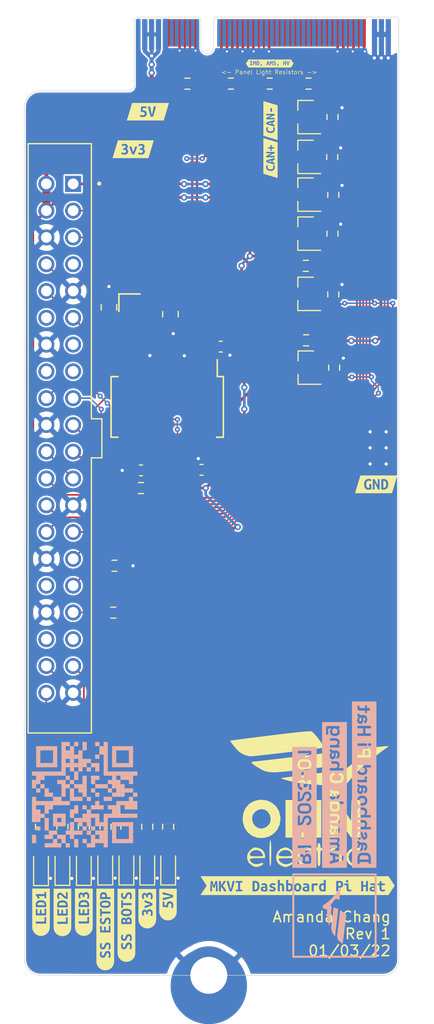
<source format=kicad_pcb>
(kicad_pcb (version 20221018) (generator pcbnew)
  (layers (0 "F.Cu" signal) (31 "B.Cu" signal) (34 "B.Paste" user) (35 "F.Paste" user) (36 "B.SilkS" user "B.Silkscreen") (37 "F.SilkS" user "F.Silkscreen") (38 "B.Mask" user) (39 "F.Mask" user) (44 "Edge.Cuts" user))
  (net 0 "")
  (net 1 "GND")
  (net 2 "/BOTS_SHDN_SENSE")
  (net 3 "/SS_BOTS")
  (net 4 "Net-(D1-Pad2)")
  (net 5 "+5V")
  (net 6 "+3V3")
  (net 7 "Net-(C7-Pad1)")
  (net 8 "Net-(C8-Pad1)")
  (net 9 "Net-(D4-Pad2)")
  (net 10 "Net-(D5-Pad2)")
  (net 11 "Net-(D6-Pad2)")
  (net 12 "Net-(D7-Pad2)")
  (net 13 "/MCP25625 Chip/~{TX1RTS}")
  (net 14 "/MCP25625 Chip/~{TX2RTS}")
  (net 15 "/E_STOP_SHDN_SENSE")
  (net 16 "/~{CS}")
  (net 18 "/MOSI")
  (net 19 "/MISO")
  (net 20 "/SCK")
  (net 21 "/PROGRAMMING_LED_1")
  (net 22 "/MCP25625 Chip/~{INT}")
  (net 23 "/RTD_BUTTON_SENSE-")
  (net 24 "/PROGRAMMING_LED_2")
  (net 25 "/PROGRAMMING_LED_3")
  (net 28 "/CAN_+")
  (net 29 "/CAN_-")
  (net 30 "/IMD_LED_LOW_SIDE")
  (net 31 "/AMS_LED_LOW_SIDE")
  (net 32 "/RTD_BUZZER_LOW_SIDE")
  (net 33 "/HV_LED_LOW_SIDE")
  (net 34 "/SS_ESTOP_DRIVER")
  (net 44 "/RTD_BUTTON_LED+")
  (net 78 "/MCP25625 Chip/~{RESET}")
  (net 82 "/MCP25625 Chip/TX_CAN")
  (net 83 "/MCP25625 Chip/RX_CAN")
  (net 86 "Net-(D2-Pad2)")
  (net 87 "Net-(D3-Pad2)")
  (net 89 "Net-(Q2-Pad3)")
  (net 90 "Net-(Q3-Pad3)")
  (net 91 "Net-(Q5-Pad3)")
  (net 92 "Net-(J2-Pad36)")
  (net 93 "/~{RX1BF}")
  (net 94 "/~{RX0BF}")
  (net 98 "/IMD_LED_LSD")
  (net 100 "/AMS_LED_LSD")
  (net 104 "/~{TX0RTS}")
  (net 105 "/RTD_BUZZER_LSD")
  (net 106 "/HV_LED_LSD")
  (footprint "OEM:CHIPLED_0805" (layer "F.Cu") (at 108.839 110.49 90)
    (fp_text reference "D5" hide)
    (fp_text value "LED_WHITE" hide)
  )
  (footprint "OEM:M.2_Mount" (layer "F.Cu") (at 122.725 120.759)
    (fp_text reference "H1" hide)
    (fp_text value "M.2_MountingHole" hide)
  )
  (footprint "OEM:R_0603" (layer "F.Cu") (at 134.6174 63.1457 90)
    (fp_text reference "R12" hide)
    (fp_text value "R_100K" hide)
  )
  (footprint "OEM:R_0603" (layer "F.Cu") (at 112.9284 106.68 -90)
    (fp_text reference "R7" hide)
    (fp_text value "3KR" hide)
  )
  (footprint "Capacitor_SMD:C_0805_2012Metric" (layer "F.Cu") (at 113.2508 57.4299 90)
    (fp_text reference "C7" hide)
    (fp_text value "C_14pF" hide)
  )
  (footprint "kibuzzard-63B43D68" (layer "F.Cu") (at 112.903 116.425 90)
    (fp_text reference "kibuzzard-63B43D68" hide)
    (fp_text value "G***" hide)
  )
  (footprint "OEM:R_0603" (layer "F.Cu") (at 114.9096 106.68 -90)
    (fp_text reference "R1" hide)
    (fp_text value "3KR" hide)
  )
  (footprint "OEM:SOT-23F" (layer "F.Cu") (at 131.9342 56.1524 180)
    (fp_text reference "Q6" hide)
    (fp_text value "SSM3K333R" hide)
  )
  (footprint "OEM:R_0603" (layer "F.Cu") (at 116.8908 106.68 -90)
    (fp_text reference "R5" hide)
    (fp_text value "1KR" hide)
  )
  (footprint "kibuzzard-63A7A2C6" (layer "F.Cu") (at 138.6054 74.2118)
    (fp_text reference "kibuzzard-63A7A2C6" hide)
    (fp_text value "G***" hide)
  )
  (footprint "OEM:CHIPLED_0805" (layer "F.Cu") (at 112.903 110.456 90)
    (fp_text reference "D7" hide)
    (fp_text value "LED_BLUE" hide)
  )
  (footprint "kibuzzard-63B49D83" (layer "F.Cu") (at 114.9096 116.0272 90)
    (fp_text reference "kibuzzard-63B49D83" hide)
    (fp_text value "G***" hide)
  )
  (footprint "OEM:CHIPLED_0805" (layer "F.Cu") (at 118.872 110.456 90)
    (fp_text reference "D2" hide)
    (fp_text value "LED_WHITE" hide)
  )
  (footprint "OEM:SOT-23F" (layer "F.Cu") (at 131.9554 63.1457 180)
    (fp_text reference "Q1" hide)
    (fp_text value "SSM3K333R" hide)
  )
  (footprint "kibuzzard-63A7A2BB" (layer "F.Cu") (at 128.5762 43.2714 90)
    (fp_text reference "kibuzzard-63A7A2BB" hide)
    (fp_text value "G***" hide)
  )
  (footprint "OEM:R_0603" (layer "F.Cu") (at 134.4592 50.4384 90)
    (fp_text reference "R10" hide)
    (fp_text value "1KR" hide)
  )
  (footprint "kibuzzard-63B49DDB" (layer "F.Cu") (at 116.8908 114.4524 90)
    (fp_text reference "kibuzzard-63B49DDB" hide)
    (fp_text value "G***" hide)
  )
  (footprint "footprints:SULLINS_SFH11-PBPC-D20-ST-BK" (layer "F.Cu") (at 108.585 69.85 90)
    (fp_text reference "J101" hide)
    (fp_text value "RPi")
  )
  (footprint "OEM:R_0603" (layer "F.Cu") (at 134.4342 43.1884 90)
    (fp_text reference "R16" hide)
    (fp_text value "1KR" hide)
  )
  (footprint "OEM:R_0603" (layer "F.Cu") (at 116.2897 74.5674)
    (fp_text reference "R13" hide)
    (fp_text value "R_10K" hide)
  )
  (footprint "kibuzzard-63A7A1B1" (layer "F.Cu") (at 108.839 114.808 90)
    (fp_text reference "kibuzzard-63A7A1B1" hide)
    (fp_text value "G***" hide)
  )
  (footprint "OEM:ECX-32" (layer "F.Cu") (at 116.1972 57.8104)
    (fp_text reference "Y1" hide)
    (fp_text value "Crystal_8MHz_12pF")
  )
  (footprint "kibuzzard-63B4F55C" (layer "F.Cu") (at 128.5052 34.3084)
    (fp_text reference "kibuzzard-63B4F55C" hide)
    (fp_text value "G***" hide)
  )
  (footprint "OEM:C_0603" (layer "F.Cu") (at 123.86 61.1562)
    (fp_text reference "C5" hide)
    (fp_text value "0.1uF")
  )
  (footprint "kibuzzard-63A7A2CE" (layer "F.Cu") (at 110.871 114.79 90)
    (fp_text reference "kibuzzard-63A7A2CE" hide)
    (fp_text value "G***" hide)
  )
  (footprint "kibuzzard-63A7A2C9" (layer "F.Cu") (at 116.9482 38.8804)
    (fp_text reference "kibuzzard-63A7A2C9" hide)
    (fp_text value "G***" hide)
  )
  (footprint "footprints:Test_Point_SMD" (layer "F.Cu") (at 138.7922 70.7574 -90)
    (fp_text reference "TP1" hide)
    (fp_text value "Test_Point_SMD")
  )
  (footprint "kibuzzard-63A7A2C4" (layer "F.Cu") (at 115.5512 42.4364)
    (fp_text reference "kibuzzard-63A7A2C4" hide)
    (fp_text value "G***" hide)
  )
  (footprint "OEM:R_0603" (layer "F.Cu") (at 118.872 106.6781 -90)
    (fp_text reference "R4" hide)
    (fp_text value "1KR" hide)
  )
  (footprint "kibuzzard-63A7A2D2" (layer "F.Cu") (at 131.15 112.268)
    (fp_text reference "kibuzzard-63A7A2D2" hide)
    (fp_text value "G***" hide)
  )
  (footprint "kibuzzard-63B4F247" (layer "F.Cu") (at 118.8532 114.0644 90)
    (fp_text reference "kibuzzard-63B4F247" hide)
    (fp_text value "G***" hide)
  )
  (footprint "kibuzzard-63A7A1A6" (layer "F.Cu") (at 106.807 114.79 90)
    (fp_text reference "kibuzzard-63A7A1A6" hide)
    (fp_text value "G***" hide)
  )
  (footprint "OEM:C_0603" (layer "F.Cu") (at 122.0312 72.8402)
    (fp_text reference "C6" hide)
    (fp_text value "0.1uF")
  )
  (footprint "OEM:CHIPLED_0805" (layer "F.Cu") (at 110.871 110.49 90)
    (fp_text reference "D6" hide)
    (fp_text value "LED_WHITE" hide)
  )
  (footprint "OEM:R_0603" (layer "F.Cu") (at 110.871 106.68 -90)
    (fp_text reference "R9" hide)
    (fp_text value "1KR" hide)
  )
  (footprint "OEM:R_0603" (layer "F.Cu") (at 120.7008 36.2204)
    (fp_text reference "R22" hide)
    (fp_text value "R_120_DNP" hide)
  )
  (footprint "OEM:R_0603" (layer "F.Cu") (at 108.839 106.68 -90)
    (fp_text reference "R8" hide)
    (fp_text value "1KR" hide)
  )
  (footprint "footprints:Test_Point_SMD" (layer "F.Cu") (at 125.0762 39.5154)
    (fp_text reference "TP5" hide)
    (fp_text value "Test_Point_SMD")
  )
  (footprint "OEM:SOT-23F" (layer "F.Cu") (at 131.9342 46.7384 180)
    (fp_text reference "Q4" hide)
    (fp_text value "SSM3K333R" hide)
  )
  (footprint "OEM:R_0603" (layer "F.Cu") (at 131.9554 60.5549 180)
    (fp_text reference "R14" hide)
    (fp_text value "R_10K" hide)
  )
  (footprint "OEM:SOT-23F" (layer "F.Cu") (at 131.9342 50.4384 180)
    (fp_text reference "Q2" hide)
    (fp_text value "SSM3K333R" hide)
  )
  (footprint "OEM:R_0603" (layer "F.Cu") (at 134.5342 56.2024 90)
    (fp_text reference "R2" hide)
    (fp_text value "R_100K" hide)
  )
  (footprint "footprints:Test_Point_SMD" (layer "F.Cu") (at 115.2972 44.8494)
    (fp_text reference "TP3" hide)
    (fp_text value "Test_Point_SMD")
  )
  (footprint "OEM:CHIPLED_0805" (layer "F.Cu") (at 116.8908 110.456 90)
    (fp_text reference "D3" hide)
    (fp_text value "LED_WHITE" hide)
  )
  (footprint "OEM:R_0603" (layer "F.Cu") (at 134.4592 39.3884 90)
    (fp_text reference "R18" hide)
    (fp_text value "1KR" hide)
  )
  (footprint "footprints:Test_Point_SMD" (layer "F.Cu") (at 112.4778 39.0206)
    (fp_text reference "TP2" hide)
    (fp_text value "Test_Point_SMD")
  )
  (footprint "OEM:R_0603" (layer "F.Cu") (at 113.6697 86.3784)
    (fp_text reference "R11" hide)
    (fp_text value "1KR" hide)
  )
  (footprint "OEM:R_0603" (layer "F.Cu") (at 131.9342 53.4937 180)
    (fp_text reference "R3" hide)
    (fp_text value "R_10K" hide)
  )
  (footprint "OEM:R_0603" (layer "F.Cu") (at 106.807 106.68 -90)
    (fp_text reference "R6" hide)
    (fp_text value "1KR" hide)
  )
  (footprint "OEM:R_0603" (layer "F.Cu") (at 124.8222 36.2134)
    (fp_text reference "R19" hide)
    (fp_text value "1KR" hide)
  )
  (footprint "OEM:CHIPLED_0805" (layer "F.Cu") (at 114.9096 110.456 90)
    (fp_text reference "D1" hide)
    (fp_text value "LED_BLUE" hide)
  )
  (footprint "OEM:SOT-23F" (layer "F.Cu") (at 131.9342 43.1634 180)
    (fp_text reference "Q3" hide)
    (fp_text value "SSM3K333R" hide)
  )
  (footprint "OEM:R_0603" (layer "F.Cu") (at 113.7732 81.9334)
    (fp_text reference "R15" hide)
    (fp_text value "R_10K" hide)
  )
  (footprint "OEM:C_0603" (layer "F.Cu") (at 116.2897 72.891 180)
    (fp_text reference "C4" hide)
    (fp_text value "0.1uF")
  )
  (footprint "Package_SO:SSOP-28_5.3x10.2mm_P0.65mm" (layer "F.Cu") (at 118.78 66.8712 -90)
    (fp_text reference "U2" hide)
    (fp_text value "MCP25625-x-SS")
  )
  (footprint "Capacitor_SMD:C_0805_2012Metric" (layer "F.Cu") (at 119.0862 58.0824 -90)
    (fp_text reference "C8" hide)
    (fp_text value "C_14pF")
  )
  (footprint "OEM:SOT-23F" (layer "F.Cu") (at 131.9342 39.3884 180)
    (fp_text reference "Q5" hide)
    (fp_text value "SSM3K333R" hide)
  )
  (footprint "footprints:Small_OE_Logo" (layer "F.Cu") (at 132.204534 103.985933)
    (fp_text reference "G***" hide)
    (fp_text value "LOGO" hide)
  )
  (footprint "footprints:Test_Point_SMD" (layer "F.Cu") (at 125.0762 43.0714)
    (fp_text reference "TP4" hide)
    (fp_text value "Test_Point_SMD")
  )
  (footprint "OEM:R_0603" (layer "F.Cu") (at 128.5052 36.2134)
    (fp_text reference "R20" hide)
    (fp_text value "1KR" hide)
  )
  (footprint "OEM:CHIPLED_0805" (layer "F.Cu") (at 106.807 110.515 90)
    (fp_text reference "D4" hide)
    (fp_text value "LED_WHITE" hide)
  )
  (footprint "kibuzzard-63A7A2B8" (layer "F.Cu") (at 128.5762 39.7154 90)
    (fp_text reference "kibuzzard-63A7A2B8" hide)
    (fp_text value "G***" hide)
  )
  (footprint "OEM:R_0603" (layer "F.Cu") (at 134.5342 46.7634 90)
    (fp_text reference "R17" hide)
    (fp_text value "1KR" hide)
  )
  (footprint "OEM:R_0603" (layer "F.Cu") (at 132.1882 36.2134)
    (fp_text reference "R21" hide)
    (fp_text value "1KR" hide)
  )
  (footprint "footprints:Automotive_M.2_Edge_Connector" (layer "F.Cu") (at 128.2 29.9)
    (fp_text reference "J2" hide)
    (fp_text value "Automotive_M.2_Edge_Connector" hide)
    (fp_line (start -12.55 0.2) (end -12.55 6.5) (stroke (width 0.05)) (layer "Edge.Cuts"))
    (fp_line (start -12.55 0.2) (end -12.35 0) (stroke (width 0.05)) (layer "Edge.Cuts"))
    (fp_line (start -12.35 0) (end -6.425 0) (stroke (width 0.05)) (layer "Edge.Cuts"))
    (fp_line (start -6.225 0.2) (end -6.425 0) (stroke (width 0.05)) (layer "Edge.Cuts"))
    (fp_line (start -6.225 2.9) (end -6.225 0.2) (stroke (width 0.05)) (layer "Edge.Cuts"))
    (fp_line (start -5.025 0.2) (end -4.825 0) (stroke (width 0.05)) (layer "Edge.Cuts"))
    (fp_line (start -5.025 2.9) (end -5.025 0.2) (stroke (width 0.05)) (layer "Edge.Cuts"))
    (fp_line (start -4.825 0) (end 12.35 0) (stroke (width 0.05)) (layer "Edge.Cuts"))
    (fp_line (start 12.55 0.2) (end 12.35 0) (stroke (width 0.05)) (layer "Edge.Cuts"))
    (fp_line (start 12.55 0.2) (end 12.55 6.5) (stroke (width 0.05)) (layer "Edge.Cuts"))
    (fp_arc (start -5.025 2.9) (mid -5.625 3.5) (end -6.225 2.9) (stroke (width 0.05)) (layer "Edge.Cuts"))
  )
  (footprint "kibuzzard-63D83852" (layer "B.Cu") (at 137.4662 102.692613 90)
    (fp_text reference "kibuzzard-63D83852" hide)
    (fp_text value "G***" hide)
  )
  (footprint "kibuzzard-63BF4696" (layer "B.Cu") (at 131.802 104.8432 90)
    (fp_text reference "kibuzzard-63BF4696" hide)
    (fp_text value "G***" hide)
  )
  (footprint "OEM:OEM_Logo_8mm" (layer "B.Cu") (at 134.646799 115.1048 90)
    (fp_text reference "REF**" hide)
    (fp_text value "OEM_Logo_8mm")
  )
  (footprint "kibuzzard-63D83877" (layer "B.Cu") (at 134.6468 103.667497 90)
    (fp_text reference "kibuzzard-63D83877" hide)
    (fp_text value "G***" hide)
  )
  (footprint "OEM:QR_6_DASH_1" (layer "B.Cu") (at 110.9462 103.6424 180)
    (fp_text reference "QR*****")
    (fp_text value "hw.oem.to/6_DASH_1")
  )
  (gr_arc (start 105.223127 38.408073) (mid 105.663015 37.346088) (end 106.725 36.9062) (stroke (width 0.05)) (layer "Edge.Cuts"))
  (gr_arc (start 140.75 119.286503) (mid 140.314029 120.339029) (end 139.261503 120.775) (stroke (width 0.05)) (layer "Edge.Cuts"))
  (gr_arc (start 115.65 36.4) (mid 115.501737 36.757937) (end 115.1438 36.9062) (stroke (width 0.05)) (layer "Edge.Cuts"))
  (gr_line (start 112.225 120.775) (end 106.739336 120.765863) (stroke (width 0.05)) (layer "Edge.Cuts"))
  (gr_line (start 140.75 36.4) (end 140.75 117.8) (stroke (width 0.05)) (layer "Edge.Cuts"))
  (gr_line (start 105.234137 119.260664) (end 105.223127 38.408073) (stroke (width 0.05)) (layer "Edge.Cuts"))
  (gr_line (start 115.1438 36.9062) (end 106.725 36.9062) (stroke (width 0.05)) (layer "Edge.Cuts"))
  (gr_line (start 112.225 120.775) (end 139.261503 120.775) (stroke (width 0.05)) (layer "Edge.Cuts"))
  (gr_line (start 140.75 117.8) (end 140.75 119.286503) (stroke (width 0.05)) (layer "Edge.Cuts"))
  (gr_arc (start 106.739336 120.765863) (mid 105.675 120.325) (end 105.234137 119.260664) (stroke (width 0.05)) (layer "Edge.Cuts"))
  (gr_text "<- Panel Light Resistors ->" (at 128.4582 35.1254) (layer "F.SilkS") (effects (font (size 0.4 0.4) (thickness 0.05))))
  (gr_text "Amanda Chang\nRev 1\n01/03/22" (at 140.075 116.84) (layer "F.SilkS") (effects (font (size 1 1)) (justify right)))
  (segment (start 136.45 31.4) (end 136.45 33.0946) (width 0.254) (layer "F.Cu") (net 1))
  (segment (start 121.45 33.079264) (end 121.460895 33.090159) (width 0.254) (layer "F.Cu") (net 1))
  (segment (start 139.75 33.7812) (end 139.7508 33.782) (width 0.381) (layer "F.Cu") (net 1))
  (segment (start 121.45 31.4) (end 121.45 33.079264) (width 0.254) (layer "F.Cu") (net 1))
  (segment (start 135.2027 42.2759) (end 135.2362 42.3094) (width 0.381) (layer "F.Cu") (net 1))
  (segment (start 108.839 111.59) (end 109.7202 111.59) (width 0.381) (layer "F.Cu") (net 1))
  (segment (start 117.3472 58.7104) (end 118.7642 58.7104) (width 0.1524) (layer "F.Cu") (net 1))
  (segment (start 134.4467 55.2024) (end 134.5342 55.2899) (width 0.381) (layer "F.Cu") (net 1))
  (segment (start 132.9842 45.7884) (end 134.4717 45.7884) (width 0.381) (layer "F.Cu") (net 1))
  (segment (start 126.95 31.4) (end 126.95 33.1342) (width 0.254) (layer "F.Cu") (net 1))
  (segment (start 132.9842 49.4884) (end 134.4217 49.4884) (width 0.381) (layer "F.Cu") (net 1))
  (segment (start 134.4592 38.4759) (end 135.3397 38.4759) (width 0.381) (layer "F.Cu") (net 1))
  (segment (start 128.45 31.4) (end 128.45 33.1411) (width 0.254) (layer "F.Cu") (net 1))
  (segment (start 113.2508 56.5674) (end 113.2508 55.4581) (width 0.381) (layer "F.Cu") (net 1))
  (segment (start 136.45 33.0946) (end 136.3792 33.1654) (width 0.254) (layer "F.Cu") (net 1))
  (segment (start 124.7225 61.9679) (end 124.7236 61.969) (width 0.381) (layer "F.Cu") (net 1))
  (segment (start 134.3717 42.2134) (end 134.4342 42.2759) (width 0.381) (layer "F.Cu") (net 1))
  (segment (start 116.8908 111.556) (end 117.8298 111.556) (width 0.381) (layer "F.Cu") (net 1))
  (segment (start 134.6174 62.2332) (end 135.475 62.2332) (width 0.381) (layer "F.Cu") (net 1))
  (segment (start 134.4592 49.5259) (end 135.2137 49.5259) (width 0.381) (layer "F.Cu") (net 1))
  (segment (start 138.45 31.55) (end 138.45 33.762) (width 0.381) (layer "F.Cu") (net 1))
  (segment (start 121.1687 72.3311) (end 121.7264 71.7734) (width 0.381) (layer "F.Cu") (net 1))
  (segment (start 135.2137 49.5259) (end 135.2362 49.5484) (width 0.381) (layer "F.Cu") (net 1))
  (segment (start 138.45 31.55) (end 139.75 31.55) (width 0.381) (layer "F.Cu") (net 1))
  (segment (start 124.7225 61.1562) (end 124.7225 61.9679) (width 0.381) (layer "F.Cu") (net 1))
  (segment (start 134.5342 45.8509) (end 135.3487 45.8509) (width 0.381) (layer "F.Cu") (net 1))
  (segment (start 132.9842 42.2134) (end 134.3717 42.2134) (width 0.381) (layer "F.Cu") (net 1))
  (segment (start 134.5342 55.2899) (end 135.3367 55.2899) (width 0.381) (layer "F.Cu") (net 1))
  (segment (start 119.3538 58.9307) (end 119.3538 59.9224) (width 0.381) (layer "F.Cu") (net 1))
  (segment (start 134.4217 38.4384) (end 134.4592 38.4759) (width 0.381) (layer "F.Cu") (net 1))
  (segment (start 112.903 111.556) (end 113.842 111.556) (width 0.381) (layer "F.Cu") (net 1))
  (segment (start 118.872 111.556) (end 119.811 111.556) (width 0.381) (layer "F.Cu") (net 1))
  (segment (start 139.75 31.55) (end 139.75 33.7812) (width 0.381) (layer "F.Cu") (net 1))
  (segment (start 137.449999 31.4) (end 137.449999 33.093199) (width 0.254) (layer "F.Cu") (net 1))
  (segment (start 115.8486 111.556) (end 115.8494 111.5568) (width 0.381) (layer "F.Cu") (net 1))
  (segment (start 120.405 63.2712) (end 120.405 62.0204) (width 0.381) (layer "F.Cu") (net 1))
  (segment (start 137.449999 33.093199) (end 137.5222 33.1654) (width 0.254) (layer "F.Cu") (net 1))
  (segment (start 128.45 33.1411) (end 128.4257 33.1654) (width 0.254) (layer "F.Cu") (net 1))
  (segment (start 119.95 31.4) (end 119.95 33.092022) (width 0.254) (layer "F.Cu") (net 1))
  (segment (start 132.9842 55.2024) (end 134.4467 55.2024) (width 0.381) (layer "F.Cu") (net 1))
  (segment (start 135.3367 55.2899) (end 135.3632 55.2634) (width 0.381) (layer "F.Cu") (net 1))
  (segment (start 107.6628 111.615) (end 107.7026 111.5752) (width 0.381) (layer "F.Cu") (net 1))
  (segment (start 117.155 63.2712) (end 117.155 62.022) (width 0.381) (layer "F.Cu") (net 1))
  (segment (start 125.95 31.4) (end 125.95 33.1389) (width 0.254) (layer "F.Cu") (net 1))
  (segment (start 117.8298 111.556) (end 117.8306 111.5568) (width 0.381) (layer "F.Cu") (net 1))
  (segment (start 115.0472 56.9104) (end 113.6813 56.9104) (width 0.1524) (layer "F.Cu") (net 1))
  (segment (start 126.95 33.1342) (end 126.9812 33.1654) (width 0.254) (layer "F.Cu") (net 1))
  (segment (start 139.1 31.55) (end 139.1 33.7724) (width 0.381) (layer "F.Cu") (net 1))
  (segment (start 139.1 33.7724) (end 139.0904 33.782) (width 0.381) (layer "F.Cu") (net 1))
  (segment (start 124.45 33.1566) (end 124.4412 33.1654) (width 0.254) (layer "F.Cu") (net 1))
  (segment (start 118.7642 58.7104) (end 119.0862 59.0324) (width 0.1524) (layer "F.Cu") (net 1))
  (segment (start 113.842 111.556) (end 113.8428 111.5568) (width 0.381) (layer "F.Cu") (net 1))
  (segment (start 120.405 62.0204) (end 120.4056 62.0198) (width 0.381) (layer "F.Cu") (net 1))
  (segment (start 113.6813 56.9104) (end 113.2508 56.4799) (width 0.1524) (layer "F.Cu") (net 1))
  (segment (start 132.9842 38.4384) (end 134.4217 38.4384) (width 0.381) (layer "F.Cu") (net 1))
  (segment (start 114.9096 111.556) (end 115.8486 111.556) (width 0.381) (layer "F.Cu") (net 1))
  (segment (start 109.7202 111.59) (end 109.728 111.5822) (width 0.381) (layer "F.Cu") (net 1))
  (segment (start 134.4217 49.4884) (end 134.4592 49.5259) (width 0.381) (layer "F.Cu") (net 1))
  (segment (start 135.475 62.2332) (end 135.4902 62.2484) (width 0.381) (layer "F.Cu") (net 1))
  (segment (start 119.95 33.092022) (end 119.950465 33.092487) (width 0.254) (layer "F.Cu") (net 1))
  (segment (start 110.871 111.59) (end 111.7776 111.59) (width 0.381) (layer "F.Cu") (net 1))
  (segment (start 124.45 31.4) (end 124.45 33.1566) (width 0.254) (layer "F.Cu") (net 1))
  (segment (start 121.1687 72.8402) (end 121.1687 72.3311) (width 0.381) (layer "F.Cu") (net 1))
  (segment (start 114.6857 81.9334) (end 115.536 81.9334) (width 0.381) (layer "F.Cu") (net 1))
  (segment (start 138.45 33.762) (end 138.43 33.782) (width 0.381) (layer "F.Cu") (net 1))
  (segment (start 125.95 33.1389) (end 125.9235 33.1654) (width 0.254) (layer "F.Cu") (net 1))
  (segment (start 133.0054 62.1957) (end 134.5799 62.1957) (width 0.381) (layer "F.Cu") (net 1))
  (segment (start 134.4717 45.7884) (end 134.5342 45.8509) (width 0.381) (layer "F.Cu") (net 1))
  (segment (start 111.7776 111.59) (end 111.7854 111.5822) (width 0.381) (layer "F.Cu") (net 1))
  (segment (start 135.3487 45.8509) (end 135.3632 45.8654) (width 0.381) (layer "F.Cu") (net 1))
  (segment (start 134.95 33.148116) (end 134.95 31.4) (width 0.254) (layer "F.Cu") (net 1))
  (segment (start 117.155 62.022) (end 117.1342 62.0012) (width 0.381) (layer "F.Cu") (net 1))
  (segment (start 115.4272 72.891) (end 114.5128 72.891) (width 0.381) (layer "F.Cu") (net 1))
  (segment (start 135.3397 38.4759) (end 135.3632 38.4994) (width 0.381) (layer "F.Cu") (net 1))
  (segment (start 134.5799 62.1957) (end 134.6174 62.2332) (width 0.381) (layer "F.Cu") (net 1))
  (segment (start 119.811 111.556) (end 119.8118 111.5568) (width 0.381) (layer "F.Cu") (net 1))
  (segment (start 106.807 111.615) (end 107.6628 111.615) (width 0.381) (layer "F.Cu") (net 1))
  (segment (start 121.705 70.4712) (end 121.705 71.752) (width 0.381) (layer "F.Cu") (net 1))
  (segment (start 121.705 71.752) (end 121.7264 71.7734) (width 0.381) (layer "F.Cu") (net 1))
  (segment (start 134.933481 33.164635) (end 134.95 33.148116) (width 0.254) (layer "F.Cu") (net 1))
  (segment (start 134.4342 42.2759) (end 135.2027 42.2759) (width 0.381) (layer "F.Cu") (net 1))
  (via (at 117.1342 62.0012) (size 0.6096) (drill 0.3048) (layers "F.Cu" "B.Cu") (net 1))
  (via (at 114.5128 72.891) (size 0.6096) (drill 0.3048) (layers "F.Cu" "B.Cu") (net 1))
  (via (at 139.0904 33.782) (size 0.6096) (drill 0.3048) (layers "F.Cu" "B.Cu") (net 1))
  (via (at 134.933481 33.164635) (size 0.5) (drill 0.2) (layers "F.Cu" "B.Cu") (net 1))
  (via (at 119.8118 111.5568) (size 0.6096) (drill 0.3048) (layers "F.Cu" "B.Cu") (net 1))
  (via (at 115.536 81.9334) (size 0.6096) (drill 0.3048) (layers "F.Cu" "B.Cu") (net 1))
  (via (at 113.8428 111.5568) (size 0.6096) (drill 0.3048) (layers "F.Cu" "B.Cu") (net 1))
  (via (at 117.8306 111.5568) (size 0.6096) (drill 0.3048) (layers "F.Cu" "B.Cu") (net 1))
  (via (at 121.460895 33.090159) (size 0.5) (drill 0.2) (layers "F.Cu" "B.Cu") (net 1))
  (via (at 135.2362 42.3094) (size 0.6096) (drill 0.3048) (layers "F.Cu" "B.Cu") (net 1))
  (via (at 119.3538 59.9224) (size 0.6096) (drill 0.3048) (layers "F.Cu" "B.Cu") (net 1))
  (via (at 125.9235 33.1654) (size 0.5) (drill 0.2) (layers "F.Cu" "B.Cu") (net 1))
  (via (at 135.3632 38.4994) (size 0.6096) (drill 0.3048) (layers "F.Cu" "B.Cu") (net 1))
  (via (at 119.950465 33.092487) (size 0.5) (drill 0.2) (layers "F.Cu" "B.Cu") (net 1))
  (via (at 135.3632 45.8654) (size 0.6096) (drill 0.3048) (layers "F.Cu" "B.Cu") (net 1))
  (via (at 121.7264 71.7734) (size 0.6096) (drill 0.3048) (layers "F.Cu" "B.Cu") (net 1))
  (via (at 137.5222 33.1654) (size 0.5) (drill 0.2) (layers "F.Cu" "B.Cu") (net 1))
  (via (at 138.0302 69.2334) (size 0.6096) (drill 0.3048) (layers "F.Cu" "B.Cu") (net 1))
  (via (at 120.4056 62.0198) (size 0.6096) (drill 0.3048) (layers "F.Cu" "B.Cu") (net 1))
  (via (at 138.0302 72.2814) (size 0.6096) (drill 0.3048) (layers "F.Cu" "B.Cu") (net 1))
  (via (at 135.2362 49.5484) (size 0.6096) (drill 0.3048) (layers "F.Cu" "B.Cu") (net 1))
  (via (at 113.2508 55.4581) (size 0.6096) (drill 0.3048) (layers "F.Cu" "B.Cu") (net 1))
  (via (at 126.9812 33.1654) (size 0.5) (drill 0.2) (layers "F.Cu" "B.Cu") (net 1))
  (via (at 115.8494 111.5568) (size 0.6096) (drill 0.3048) (layers "F.Cu" "B.Cu") (net 1))
  (via (at 111.7854 111.5822) (size 0.6096) (drill 0.3048) (layers "F.Cu" "B.Cu") (net 1))
  (via (at 136.3792 33.1654) (size 0.5) (drill 0.2) (layers "F.Cu" "B.Cu") (net 1))
  (via (at 139.7508 33.782) (size 0.6096) (drill 0.3048) (layers "F.Cu" "B.Cu") (net 1))
  (via (at 124.7236 61.969) (size 0.6096) (drill 0.3048) (layers "F.Cu" "B.Cu") (net 1))
  (via (at 128.4257 33.1654) (size 0.5) (drill 0.2) (layers "F.Cu" "B.Cu") (net 1))
  (via (at 139.5542 70.7574) (size 0.6096) (drill 0.3048) (layers "F.Cu" "B.Cu") (net 1))
  (via (at 138.0302 70.7574) (size 0.6096) (drill 0.3048) (layers "F.Cu" "B.Cu") (net 1))
  (via (at 138.43 33.782) (size 0.6096) (drill 0.3048) (layers "F.Cu" "B.Cu") (net 1))
  (via (at 109.728 111.5822) (size 0.6096) (drill 0.3048) (layers "F.Cu" "B.Cu") (net 1))
  (via (at 107.7026 111.5752) (size 0.6096) (drill 0.3048) (layers "F.Cu" "B.Cu") (net 1))
  (via (at 139.5542 69.2334) (size 0.6096) (drill 0.3048) (layers "F.Cu" "B.Cu") (net 1))
  (via (at 139.5542 72.2814) (size 0.6096) (drill 0.3048) (layers "F.Cu" "B.Cu") (net 1))
  (via (at 135.4902 62.2484) (size 0.6096) (drill 0.3048) (layers "F.Cu" "B.Cu") (net 1))
  (via (at 124.4412 33.1654) (size 0.5) (drill 0.2) (layers "F.Cu" "B.Cu") (net 1))
  (via (at 135.3632 55.2634) (size 0.6096) (drill 0.3048) (layers "F.Cu" "B.Cu") (net 1))
  (segment (start 108.3122 72.1172) (end 107.315 71.12) (width 0.1524) (layer "F.Cu") (net 2))
  (segment (start 131.0217 53.4937) (end 130.8842 53.6312) (width 0.1524) (layer "F.Cu") (net 2))
  (segment (start 111.9952 74.8214) (end 109.2012 74.8214) (width 0.1524) (layer "F.Cu") (net 2))
  (segment (start 123.649 75.4866) (end 112.6604 75.4866) (width 0.1524) (layer "F.Cu") (net 2))
  (segment (start 108.3122 73.9324) (end 108.3122 72.1172) (width 0.1524) (layer "F.Cu") (net 2))
  (segment (start 130.8842 53.6312) (end 130.8842 56.1524) (width 0.1524) (layer "F.Cu") (net 2))
  (segment (start 129.1402 69.9954) (end 123.649 75.4866) (width 0.1524) (layer "F.Cu") (net 2))
  (segment (start 130.8842 56.1524) (end 129.1402 57.8964) (width 0.1524) (layer "F.Cu") (net 2))
  (segment (start 129.1402 57.8964) (end 129.1402 69.9954) (width 0.1524) (layer "F.Cu") (net 2))
  (segment (start 109.2012 74.8214) (end 108.3122 73.9324) (width 0.1524) (layer "F.Cu") (net 2))
  (segment (start 112.6604 75.4866) (end 111.9952 74.8214) (width 0.1524) (layer "F.Cu") (net 2))
  (segment (start 134.5217 57.1024) (end 134.5342 57.1149) (width 0.1524) (layer "F.Cu") (net 3))
  (segment (start 127.95 31.4) (end 127.95 33.694742) (width 0.1524) (layer "F.Cu") (net 3))
  (segment (start 137.324 67.7806) (end 135.203922 67.7806) (width 0.1524) (layer "F.Cu") (net 3))
  (segment (start 135.203922 67.7806) (end 114.9096 88.074922) (width 0.1524) (layer "F.Cu") (net 3))
  (segment (start 128.543058 34.2878) (end 133.611258 34.2878) (width 0.1524) (layer "F.Cu") (net 3))
  (segment (start 140.1775 57.0414) (end 140.1892 57.0531) (width 0.1524) (layer "F.Cu") (net 3))
  (segment (start 127.95 33.694742) (end 128.543058 34.2878) (width 0.1524) (layer "F.Cu") (net 3))
  (segment (start 140.1892 57.0531) (end 140.1892 64.9154) (width 0.1524) (layer "F.Cu") (net 3))
  (segment (start 114.9096 88.074922) (end 114.9096 105.7675) (width 0.1524) (layer "F.Cu") (net 3))
  (segment (start 134.5342 57.1149) (end 135.5437 57.1149) (width 0.1524) (layer "F.Cu") (net 3))
  (segment (start 140.1892 64.9154) (end 137.324 67.7806) (width 0.1524) (layer "F.Cu") (net 3))
  (segment (start 138.2858 38.962342) (end 138.2858 56.8681) (width 0.1524) (layer "F.Cu") (net 3))
  (segment (start 138.2858 56.8681) (end 138.4591 57.0414) (width 0.1524) (layer "F.Cu") (net 3))
  (segment (start 133.611258 34.2878) (end 138.2858 38.962342) (width 0.1524) (layer "F.Cu") (net 3))
  (segment (start 135.5437 57.1149) (end 135.6172 57.0414) (width 0.1524) (layer "F.Cu") (net 3))
  (segment (start 132.9842 57.1024) (end 134.5217 57.1024) (width 0.1524) (layer "F.Cu") (net 3))
  (via (at 140.1775 57.0414) (size 0.5) (drill 0.2) (layers "F.Cu" "B.Cu") (net 3))
  (via (at 138.4591 57.0414) (size 0.5) (drill 0.2) (layers "F.Cu" "B.Cu") (net 3))
  (via (at 135.6172 57.0414) (size 0.5) (drill 0.2) (layers "F.Cu" "B.Cu") (net 3))
  (segment (start 138.4591 57.0414) (end 135.6172 57.0414) (width 0.1524) (layer "B.Cu") (net 3))
  (segment (start 140.1775 57.0414) (end 138.4591 57.0414) (width 0.1524) (layer "B.Cu") (net 3))
  (segment (start 114.9096 107.5925) (end 114.9096 109.356) (width 0.1524) (layer "F.Cu") (net 4))
  (segment (start 123.8062 50.5644) (end 126.7272 53.4854) (width 0.254) (layer "F.Cu") (net 5))
  (segment (start 125.4572 70.2767) (end 122.8937 72.8402) (width 0.254) (layer "F.Cu") (net 5))
  (segment (start 122.355 72.3015) (end 122.8937 72.8402) (width 0.254) (layer "F.Cu") (net 5))
  (segment (start 116.65 31.55) (end 117.95 31.55) (width 0.381) (layer "F.Cu") (net 5))
  (segment (start 107.315 48.26) (end 107.315 45.72) (width 0.762) (layer "F.Cu") (net 5))
  (segment (start 117.3 35.1974) (end 117.3 36.4462) (width 0.381) (layer "F.Cu") (net 5))
  (segment (start 120.5042 116.8584) (end 120.5042 106.3174) (width 0.254) (layer "F.Cu") (net 5))
  (segment (start 115.1382 38.608) (end 109.3216 38.608) (width 0.381) (layer "F.Cu") (net 5))
  (segment (start 117.3 36.4462) (end 115.1382 38.608) (width 0.381) (layer "F.Cu") (net 5))
  (segment (start 123.8062 47.7704) (end 123.8062 50.5644) (width 0.254) (layer "F.Cu") (net 5))
  (segment (start 116.9482 120.4144) (end 120.5042 116.8584) (width 0.254) (layer "F.Cu") (net 5))
  (segment (start 120.5042 106.3174) (end 119.9524 105.7656) (width 0.254) (layer "F.Cu") (net 5))
  (segment (start 107.315 48.26) (end 108.5666 47.0084) (width 0.254) (layer "F.Cu") (net 5))
  (segment (start 125.4572 66.5664) (end 125.4572 70.2767) (width 0.254) (layer "F.Cu") (net 5))
  (segment (start 109.3216 38.608) (end 107.315 40.6146) (width 0.381) (layer "F.Cu") (net 5))
  (segment (start 126.7272 65.2964) (end 125.4572 66.5664) (width 0.254) (layer "F.Cu") (net 5))
  (segment (start 117.3 33.7712) (end 116.65 33.1212) (width 0.381) (layer "F.Cu") (net 5))
  (segment (start 117.3 35.1974) (end 117.3 33.8296) (width 0.381) (layer "F.Cu") (net 5))
  (segment (start 126.7272 53.4854) (end 126.7272 65.2964) (width 0.254) (layer "F.Cu") (net 5))
  (segment (start 119.9524 105.7656) (end 118.872 105.7656) (width 0.254) (layer "F.Cu") (net 5))
  (segment (start 117.95 33.1796) (end 117.95 31.55) (width 0.381) (layer "F.Cu") (net 5))
  (segment (start 123.0442 47.0084) (end 123.8062 47.7704) (width 0.254) (layer "F.Cu") (net 5))
  (segment (start 105.93 118.9212) (end 107.4232 120.4144) (width 0.254) (layer "F.Cu") (net 5))
  (segment (start 117.3 33.8296) (end 117.95 33.1796) (width 0.381) (layer "F.Cu") (net 5))
  (segment (start 116.65 33.1212) (end 116.65 31.55) (width 0.381) (layer "F.Cu") (net 5))
  (segment (start 117.3 35.1974) (end 117.3 33.7712) (width 0.381) (layer "F.Cu") (net 5))
  (segment (start 107.4232 120.4144) (end 116.9482 120.4144) (width 0.254) (layer "F.Cu") (net 5))
  (segment (start 106.0262 49.5488) (end 106.0262 76.384811) (width 0.254) (layer "F.Cu") (net 5))
  (segment (start 106.0262 76.384811) (end 105.93 76.481011) (width 0.254) (layer "F.Cu") (net 5))
  (segment (start 105.93 76.481011) (end 105.93 118.9212) (width 0.254) (layer "F.Cu") (net 5))
  (segment (start 108.5666 47.0084) (end 120.3772 47.0084) (width 0.254) (layer "F.Cu") (net 5))
  (segment (start 122.4092 47.0084) (end 123.0442 47.0084) (width 0.254) (layer "F.Cu") (net 5))
  (segment (start 107.315 40.6146) (end 107.315 45.72) (width 0.381) (layer "F.Cu") (net 5))
  (segment (start 117.3 31.55) (end 117.3 35.1974) (width 0.381) (layer "F.Cu") (net 5))
  (segment (start 122.355 70.4712) (end 122.355 72.3015) (width 0.254) (layer "F.Cu") (net 5))
  (segment (start 107.315 48.26) (end 106.0262 49.5488) (width 0.254) (layer "F.Cu") (net 5))
  (via (at 117.3 33.5756) (size 0.6096) (drill 0.3048) (layers "F.Cu" "B.Cu") (net 5))
  (via (at 120.3772 47.0084) (size 0.6096) (drill 0.3048) (layers "F.Cu" "B.Cu") (net 5))
  (via (at 117.3 34.4062) (size 0.6096) (drill 0.3048) (layers "F.Cu" "B.Cu") (net 5))
  (via (at 117.3 35.1974) (size 0.6096) (drill 0.3048) (layers "F.Cu" "B.Cu") (net 5))
  (via (at 122.4092 47.0084) (size 0.6096) (drill 0.3048) (layers "F.Cu" "B.Cu") (net 5))
  (segment (start 117.3 33.5756) (end 117.3 31.55) (width 0.381) (layer "B.Cu") (net 5))
  (segment (start 116.65 33.1212) (end 116.65 31.55) (width 0.381) (layer "B.Cu") (net 5))
  (segment (start 117.3 33.7712) (end 116.65 33.1212) (width 0.381) (layer "B.Cu") (net 5))
  (segment (start 120.3772 47.0084) (end 122.4092 47.0084) (width 0.254) (layer "B.Cu") (net 5))
  (segment (start 117.3 35.1974) (end 117.3 34.4062) (width 0.381) (layer "B.Cu") (net 5))
  (segment (start 117.3 34.4062) (end 117.3 33.8296) (width 0.381) (layer "B.Cu") (net 5))
  (segment (start 117.3 33.8296) (end 117.95 33.1796) (width 0.381) (layer "B.Cu") (net 5))
  (segment (start 117.95 33.1796) (end 117.95 31.55) (width 0.381) (layer "B.Cu") (net 5))
  (segment (start 116.65 31.55) (end 117.95 31.55) (width 0.381) (layer "B.Cu") (net 5))
  (segment (start 117.3 33.8296) (end 117.3 33.5756) (width 0.381) (layer "B.Cu") (net 5))
  (segment (start 117.3 35.1974) (end 117.3 33.7712) (width 0.381) (layer "B.Cu") (net 5))
  (segment (start 125.4572 59.5814) (end 125.3302 59.4544) (width 0.254) (layer "F.Cu") (net 6))
  (segment (start 138.639 56.2532) (end 139.0462 56.6604) (width 0.254) (layer "F.Cu") (net 6))
  (segment (start 126.0922 60.2164) (end 125.4572 59.5814) (width 0.254) (layer "F.Cu") (net 6))
  (segment (start 126.630242 52.566358) (end 126.630242 51.483442) (width 0.254) (layer "F.Cu") (net 6))
  (segment (start 120.3588 45.72) (end 120.3772 45.7384) (width 0.254) (layer "F.Cu") (net 6))
  (segment (start 126.0922 65.0251) (end 126.0922 60.2164) (width 0.254) (layer "F.Cu") (net 6))
  (segment (start 117.2022 74.5674) (end 117.2022 72.941) (width 0.254) (layer "F.Cu") (net 6))
  (segment (start 126.0922 67.0744) (end 126.0922 70.906813) (width 0.254) (layer "F.Cu") (net 6))
  (segment (start 126.0922 70.906813) (end 122.431613 74.5674) (width 0.254) (layer "F.Cu") (net 6))
  (segment (start 117.2022 72.941) (end 117.1522 72.891) (width 0.254) (layer "F.Cu") (net 6))
  (segment (start 132.9104 60.5974) (end 136.2433 60.5974) (width 0.254) (layer "F.Cu") (net 6))
  (segment (start 125.22004 78.263982) (end 125.470782 78.263982) (width 0.254) (layer "F.Cu") (net 6))
  (segment (start 122.9975 60.1361) (end 122.9975 61.1562) (width 0.254) (layer "F.Cu") (net 6))
  (segment (start 123.6792 59.4544) (end 122.9975 60.1361) (width 0.254) (layer "F.Cu") (net 6))
  (segment (start 125.3302 59.4544) (end 123.6792 59.4544) (width 0.254) (layer "F.Cu") (net 6))
  (segment (start 125.2032 50.0564) (end 125.2032 46.7544) (width 0.254) (layer "F.Cu") (net 6))
  (segment (start 132.0612 59.7482) (end 132.8679 60.5549) (width 0.254) (layer "F.Cu") (net 6))
  (segment (start 124.1872 45.7384) (end 122.4092 45.7384) (width 0.254) (layer "F.Cu") (net 6))
  (segment (start 139.0462 60.2164) (end 138.6652 60.5974) (width 0.254) (layer "F.Cu") (net 6))
  (segment (start 135.45 31.4) (end 135.4902 31.4402) (width 0.254) (layer "F.Cu") (net 6))
  (segment (start 125.4572 59.5814) (end 125.8382 59.2004) (width 0.254) (layer "F.Cu") (net 6))
  (segment (start 132.8467 53.4937) (end 132.0612 54.2792) (width 0.254) (layer "F.Cu") (net 6))
  (segment (start 132.0612 54.2792) (end 132.0612 59.7482) (width 0.254) (layer "F.Cu") (net 6))
  (segment (start 139.0462 56.6604) (end 139.0462 60.2164) (width 0.254) (layer "F.Cu") (net 6))
  (segment (start 109.855 45.72) (end 120.3588 45.72) (width 0.254) (layer "F.Cu") (net 6))
  (segment (start 122.431613 74.5674) (end 117.2022 74.5674) (width 0.254) (layer "F.Cu") (net 6))
  (segment (start 116.8908 86.593222) (end 125.22004 78.263982) (width 0.254) (layer "F.Cu") (net 6))
  (segment (start 116.8908 105.7675) (end 116.8908 86.593222) (width 0.254) (layer "F.Cu") (net 6))
  (segment (start 132.8467 53.4937) (end 131.919358 52.566358) (width 0.254) (layer "F.Cu") (net 6))
  (segment (start 135.4902 31.4402) (end 135.4902 35.667242) (width 0.254) (layer "F.Cu") (net 6))
  (segment (start 131.919358 52.566358) (end 126.630242 52.566358) (width 0.254) (layer "F.Cu") (net 6))
  (segment (start 117.155 72.8882) (end 117.1522 72.891) (width 0.254) (layer "F.Cu") (net 6))
  (segment (start 123.005 63.2712) (end 123.005 61.1637) (width 0.254) (layer "F.Cu") (net 6))
  (segment (start 126.630242 51.483442) (end 125.2032 50.0564) (width 0.254) (layer "F.Cu") (net 6))
  (segment (start 125.8382 59.2004) (end 125.8382 53.4854) (width 0.254) (layer "F.Cu") (net 6))
  (segment (start 135.4902 35.667242) (end 138.639 38.816042) (width 0.254) (layer "F.Cu") (net 6))
  (segment (start 125.2032 46.7544) (end 124.1872 45.7384) (width 0.254) (layer "F.Cu") (net 6))
  (segment (start 138.639 38.816042) (end 138.639 56.2532) (width 0.254) (layer "F.Cu") (net 6))
  (segment (start 123.005 61.1637) (end 122.9975 61.1562) (width 0.254) (layer "F.Cu") (net 6))
  (segment (start 138.6652 60.5974) (end 138.5139 60.5974) (width 0.254) (layer "F.Cu") (net 6))
  (segment (start 117.155 70.4712) (end 117.155 72.8882) (width 0.254) (layer "F.Cu") (net 6))
  (segment (start 132.8679 60.5549) (end 132.9104 60.5974) (width 0.254) (layer "F.Cu") (net 6))
  (via (at 122.4092 45.7384) (size 0.6096) (drill 0.3048) (layers "F.Cu" "B.Cu") (net 6))
  (via (at 126.630242 52.566358) (size 0.6096) (drill 0.3048) (layers "F.Cu" "B.Cu") (net 6))
  (via (at 125.8382 53.4854) (size 0.6096) (drill 0.3048) (layers "F.Cu" "B.Cu") (net 6))
  (via (at 126.0922 65.0251) (size 0.6096) (drill 0.3048) (layers "F.Cu" "B.Cu") (net 6))
  (via (at 126.0922 67.0744) (size 0.6096) (drill 0.3048) (layers "F.Cu" "B.Cu") (net 6))
  (via (at 138.5139 60.5974) (size 0.6096) (drill 0.3048) (layers "F.Cu" "B.Cu") (net 6))
  (via (at 125.470782 78.263982) (size 0.6096) (drill 0.3048) (layers "F.Cu" "B.Cu") (net 6))
  (via (at 122.431613 74.5674) (size 0.6096) (drill 0.3048) (layers "F.Cu" "B.Cu") (net 6))
  (via (at 136.2433 60.5974) (size 0.6096) (drill 0.3048) (layers "F.Cu" "B.Cu") (net 6))
  (via (at 120.3772 45.7384) (size 0.6096) (drill 0.3048) (layers "F.Cu" "B.Cu") (net 6))
  (segment (start 125.470782 78.263982) (end 122.431613 75.224813) (width 0.254) (layer "B.Cu") (net 6))
  (segment (start 125.8382 53.3584) (end 125.8382 53.4854) (width 0.254) (layer "B.Cu") (net 6))
  (segment (start 126.0922 67.0744) (end 126.0922 65.0251) (width 0.254) (layer "B.Cu") (net 6))
  (segment (start 120.3772 45.7384) (end 122.4092 45.7384) (width 0.254) (layer "B.Cu") (net 6))
  (segment (start 136.2433 60.5974) (end 138.5139 60.5974) (width 0.254) (layer "B.Cu") (net 6))
  (segment (start 122.431613 75.224813) (end 122.431613 74.5674) (width 0.254) (layer "B.Cu") (net 6))
  (segment (start 126.630242 52.566358) (end 125.8382 53.3584) (width 0.254) (layer "B.Cu") (net 6))
  (segment (start 117.805 63.2712) (end 117.805 61.656) (width 0.1524) (layer "F.Cu") (net 7))
  (segment (start 117.805 61.656) (end 115.0472 58.8982) (width 0.1524) (layer "F.Cu") (net 7))
  (segment (start 115.0472 58.8982) (end 115.0472 58.7104) (width 0.1524) (layer "F.Cu") (net 7))
  (segment (start 113.2508 58.3799) (end 114.7167 58.3799) (width 0.1524) (layer "F.Cu") (net 7))
  (segment (start 114.7167 58.3799) (end 115.0472 58.7104) (width 0.1524) (layer "F.Cu") (net 7))
  (segment (start 117.3472 56.9104) (end 116.3762 57.8814) (width 0.1524) (layer "F.Cu") (net 8))
  (segment (start 117.3472 56.9104) (end 117.5692 57.1324) (width 0.1524) (layer "F.Cu") (net 8))
  (segment (start 118.455 61.3916) (end 118.455 63.2712) (width 0.1524) (layer "F.Cu") (net 8))
  (segment (start 116.3762 57.8814) (end 116.3762 59.3128) (width 0.1524) (layer "F.Cu") (net 8))
  (segment (start 117.5692 57.1324) (end 119.0862 57.1324) (width 0.1524) (layer "F.Cu") (net 8))
  (segment (start 116.3762 59.3128) (end 118.455 61.3916) (width 0.1524) (layer "F.Cu") (net 8))
  (segment (start 106.807 107.5925) (end 106.807 109.415) (width 0.1524) (layer "F.Cu") (net 9))
  (segment (start 108.839 107.5925) (end 108.839 109.39) (width 0.1524) (layer "F.Cu") (net 10))
  (segment (start 110.871 107.5925) (end 110.871 109.39) (width 0.1524) (layer "F.Cu") (net 11))
  (segment (start 112.903 107.6179) (end 112.903 109.356) (width 0.1524) (layer "F.Cu") (net 12))
  (segment (start 112.9284 107.5925) (end 112.903 107.6179) (width 0.1524) (layer "F.Cu") (net 12))
  (segment (start 120.3772 60.9784) (end 120.3772 54.5014) (width 0.1524) (layer "F.Cu") (net 13))
  (segment (start 119.755 63.2712) (end 119.755 61.6006) (width 0.1524) (layer "F.Cu") (net 13))
  (segment (start 114.1358 48.26) (end 109.855 48.26) (width 0.1524) (layer "F.Cu") (net 13))
  (segment (start 120.3772 54.5014) (end 114.1358 48.26) (width 0.1524) (layer "F.Cu") (net 13))
  (segment (start 119.755 61.6006) (end 120.3772 60.9784) (width 0.1524) (layer "F.Cu") (net 13))
  (segment (start 120.0748 60.853142) (end 119.105 61.822942) (width 0.1524) (layer "F.Cu") (net 14))
  (segment (start 119.105 61.822942) (end 119.105 63.2712) (width 0.1524) (layer "F.Cu") (net 14))
  (segment (start 116.248142 50.8) (end 120.0748 54.626658) (width 0.1524) (layer "F.Cu") (net 14))
  (segment (start 109.855 50.8) (end 116.248142 50.8) (width 0.1524) (layer "F.Cu") (net 14))
  (segment (start 120.0748 54.626658) (end 120.0748 60.853142) (width 0.1524) (layer "F.Cu") (net 14))
  (segment (start 112.3278 75.789) (end 123.774258 75.789) (width 0.1524) (layer "F.Cu") (net 15))
  (segment (start 130.9054 68.657858) (end 130.9054 63.1457) (width 0.1524) (layer "F.Cu") (net 15))
  (segment (start 131.0429 60.5549) (end 130.9054 60.6924) (width 0.1524) (layer "F.Cu") (net 15))
  (segment (start 108.8638 75.2088) (end 111.7476 75.2088) (width 0.1524) (layer "F.Cu") (net 15))
  (segment (start 111.7476 75.2088) (end 112.3278 75.789) (width 0.1524) (layer "F.Cu") (net 15))
  (segment (start 123.774258 75.789) (end 130.9054 68.657858) (width 0.1524) (layer "F.Cu") (net 15))
  (segment (start 130.9054 60.6924) (end 130.9054 63.1457) (width 0.1524) (layer "F.Cu") (net 15))
  (segment (start 107.315 73.66) (end 108.8638 75.2088) (width 0.1524) (layer "F.Cu") (net 15))
  (segment (start 115.5176 69.1064) (end 115.855 69.4438) (width 0.1524) (layer "F.Cu") (net 16))
  (segment (start 115.855 69.4438) (end 115.855 70.4712) (width 0.1524) (layer "F.Cu") (net 16))
  (segment (start 113.6462 69.1064) (end 115.5176 69.1064) (width 0.1524) (layer "F.Cu") (net 16))
  (segment (start 112.522071 67.982271) (end 113.6462 69.1064) (width 0.1524) (layer "F.Cu") (net 16))
  (segment (start 112.522071 67.093271) (end 112.522071 67.982271) (width 0.1524) (layer "F.Cu") (net 16))
  (via (at 112.522071 67.093271) (size 0.5) (drill 0.2) (layers "F.Cu" "B.Cu") (net 16))
  (segment (start 112.522071 67.093271) (end 111.4688 66.04) (width 0.1524) (layer "B.Cu") (net 16))
  (segment (start 111.4688 66.04) (end 109.855 66.04) (width 0.1524) (layer "B.Cu") (net 16))
  (segment (start 114.555 70.4712) (end 111.7462 70.4712) (width 0.1524) (layer "F.Cu") (net 18))
  (segment (start 111.7462 70.4712) (end 109.855 68.58) (width 0.1524) (layer "F.Cu") (net 18))
  (segment (start 115.205 71.4986) (end 115.0802 71.6234) (width 0.1524) (layer "F.Cu") (net 19))
  (segment (start 115.0802 71.6234) (end 110.3584 71.6234) (width 0.1524) (layer "F.Cu") (net 19))
  (segment (start 115.205 70.4712) (end 115.205 71.4986) (width 0.1524) (layer "F.Cu") (net 19))
  (segment (start 110.3584 71.6234) (end 109.855 71.12) (width 0.1524) (layer "F.Cu") (net 19))
  (segment (start 109.855 73.66) (end 108.6932 72.4982) (width 0.1524) (layer "F.Cu") (net 20))
  (segment (start 108.6932 72.4982) (end 108.6932 67.9634) (width 0.1524) (layer "F.Cu") (net 20))
  (segment (start 108.6932 67.9634) (end 109.2012 67.4554) (width 0.1524) (layer "F.Cu") (net 20))
  (segment (start 111.4872 67.4554) (end 114.555 64.3876) (width 0.1524) (layer "F.Cu") (net 20))
  (segment (start 114.555 64.3876) (end 114.555 63.2712) (width 0.1524) (layer "F.Cu") (net 20))
  (segment (start 109.2012 67.4554) (end 111.4872 67.4554) (width 0.1524) (layer "F.Cu") (net 20))
  (segment (start 107.315 93.98) (end 107.315 105.2595) (width 0.1524) (layer "F.Cu") (net 21))
  (segment (start 107.315 105.2595) (end 106.807 105.7675) (width 0.1524) (layer "F.Cu") (net 21))
  (segment (start 114.8306 61.9944) (end 115.205 62.3688) (width 0.1524) (layer "F.Cu") (net 22))
  (segment (start 111.1062 61.1054) (end 111.9952 61.9944) (width 0.1524) (layer "F.Cu") (net 22))
  (segment (start 111.1062 59.6712) (end 111.1062 61.1054) (width 0.1524) (layer "F.Cu") (net 22))
  (segment (start 111.9952 61.9944) (end 114.8306 61.9944) (width 0.1524) (layer "F.Cu") (net 22))
  (segment (start 115.205 62.3688) (end 115.205 63.2712) (width 0.1524) (layer "F.Cu") (net 22))
  (segment (start 109.855 58.42) (end 111.1062 59.6712) (width 0.1524) (layer "F.Cu") (net 22))
  (segment (start 138.9922 38.669742) (end 138.9922 56.0984) (width 0.1524) (layer "F.Cu") (net 23))
  (segment (start 124.400548 77.301) (end 113.258632 77.301) (width 0.1524) (layer "F.Cu") (net 23))
  (segment (start 111.7896 81.8854) (end 109.855 83.82) (width 0.1524) (layer "F.Cu") (net 23))
  (segment (start 111.7896 81.8854) (end 112.8127 81.8854) (width 0.1524) (layer "F.Cu") (net 23))
  (segment (start 135.95 31.4) (end 135.903 31.447) (width 0.1524) (layer "F.Cu") (net 23))
  (segment (start 111.7896 78.770032) (end 111.7896 81.8854) (width 0.1524) (layer "F.Cu") (net 23))
  (segment (start 139.3994 63.8002) (end 137.9834 65.2162) (width 0.1524) (layer "F.Cu") (net 23))
  (segment (start 134.828148 66.8734) (end 124.400548 77.301) (width 0.1524) (layer "F.Cu") (net 23))
  (segment (start 139.3994 56.5056) (end 139.3994 63.8002) (width 0.1524) (layer "F.Cu") (net 23))
  (segment (start 136.626232 66.8734) (end 134.828148 66.8734) (width 0.1524) (layer "F.Cu") (net 23))
  (segment (start 112.8127 81.8854) (end 112.8607 81.9334) (width 0.1524) (layer "F.Cu") (net 23))
  (segment (start 113.258632 77.301) (end 111.7896 78.770032) (width 0.1524) (layer "F.Cu") (net 23))
  (segment (start 137.9834 65.2162) (end 137.9834 65.516232) (width 0.1524) (layer "F.Cu") (net 23))
  (segment (start 137.9834 65.516232) (end 136.626232 66.8734) (width 0.1524) (layer "F.Cu") (net 23))
  (segment (start 135.903 31.447) (end 135.903 35.580542) (width 0.1524) (layer "F.Cu") (net 23))
  (segment (start 138.9922 56.0984) (end 139.3994 56.5056) (width 0.1524) (layer "F.Cu") (net 23))
  (segment (start 135.903 35.580542) (end 138.9922 38.669742) (width 0.1524) (layer "F.Cu") (net 23))
  (segment (start 108.4834 105.4119) (end 108.839 105.7675) (width 0.1524) (layer "F.Cu") (net 24))
  (segment (start 107.315 91.44) (end 108.4834 92.6084) (width 0.1524) (layer "F.Cu") (net 24))
  (segment (start 108.4834 92.6084) (end 108.4834 105.4119) (width 0.1524) (layer "F.Cu") (net 24))
  (segment (start 110.871 92.456) (end 110.871 105.7675) (width 0.1524) (layer "F.Cu") (net 25))
  (segment (start 109.855 91.44) (end 110.871 92.456) (width 0.1524) (layer "F.Cu") (net 25))
  (segment (start 121.055 61.958699) (end 121.055 63.2712) (width 0.2) (layer "F.Cu") (net 28))
  (segment (start 121.155 43.3096) (end 120.647 43.3096) (width 0.2) (layer "F.Cu") (net 28))
  (segment (start 119.7508 36.2204) (end 119.7508 37.195401) (width 0.2) (layer "F.Cu") (net 28))
  (segment (start 119.7508 36.2204) (end 119.7508 35.245399) (width 0.2) (layer "F.Cu") (net 28))
  (segment (start 120.647 43.3096) (end 120.6312 43.3254) (width 0.2) (layer "F.Cu") (net 28))
  (segment (start 120.4758 41.2022) (end 121.155 41.8814) (width 0.2) (layer "F.Cu") (net 28))
  (segment (start 122.1045 43.3254) (end 122.3585 43.0714) (width 0.2) (layer "F.Cu") (net 28))
  (segment (start 120.4758 34.520399) (end 120.4758 33.528) (width 0.2) (layer "F.Cu") (net 28))
  (segment (start 121.155 43.3096) (end 121.155 61.858699) (width 0.2) (layer "F.Cu") (net 28))
  (segment (start 120.45 33.350001) (end 120.475 33.375001) (width 0.2) (layer "F.Cu") (net 28))
  (segment (start 121.155 41.8814) (end 121.155 43.3096) (width 0.2) (layer "F.Cu") (net 28))
  (segment (start 121.155 61.858699) (end 121.055 61.958699) (width 0.2) (layer "F.Cu") (net 28))
  (segment (start 120.45 31.4) (end 120.45 33.350001) (width 0.2) (layer "F.Cu") (net 28))
  (segment (start 120.475 33.375001) (end 120.475 33.559202) (width 0.2) (layer "F.Cu") (net 28))
  (segment (start 122.3585 43.0714) (end 125.0762 43.0714) (width 0.2) (layer "F.Cu") (net 28))
  (segment (start 119.7508 35.245399) (end 120.4758 34.520399) (width 0.2) (layer "F.Cu") (net 28))
  (segment (start 119.7508 37.195401) (end 120.4758 37.920401) (width 0.2) (layer "F.Cu") (net 28))
  (segment (start 120.4758 37.920401) (end 120.4758 41.2022) (width 0.2) (layer "F.Cu") (net 28))
  (via (at 120.6312 43.3254) (size 0.5) (drill 0.2) (layers "F.Cu" "B.Cu") (net 28))
  (via (at 122.1045 43.3254) (size 0.5) (drill 0.2) (layers "F.Cu" "B.Cu") (net 28))
  (segment (start 120.6312 43.3254) (end 122.1045 43.3254) (width 0.2) (layer "B.Cu") (net 28))
  (segment (start 120.9258 37.920401) (end 120.9258 39.556) (width 0.2) (layer "F.Cu") (net 29))
  (segment (start 120.95 31.4) (end 120.95 33.350001) (width 0.2) (layer "F.Cu") (net 29))
  (segment (start 121.6508 37.195401) (end 120.9258 37.920401) (width 0.2) (layer "F.Cu") (net 29))
  (segment (start 120.9258 39.556) (end 120.9258 41.0158) (width 0.2) (layer "F.Cu") (net 29))
  (segment (start 120.9258 39.556) (end 120.9664 39.5154) (width 0.2) (layer "F.Cu") (net 29))
  (segment (start 120.9664 39.5154) (end 125.0762 39.5154) (width 0.2) (layer "F.Cu") (net 29))
  (segment (start 120.9258 41.0158) (end 121.605 41.695) (width 0.2) (layer "F.Cu") (net 29))
  (segment (start 121.705 61.958699) (end 121.705 63.2712) (width 0.2) (layer "F.Cu") (net 29))
  (segment (start 121.6508 36.2204) (end 121.6508 35.245399) (width 0.2) (layer "F.Cu") (net 29))
  (segment (start 121.605 61.858699) (end 121.705 61.958699) (width 0.2) (layer "F.Cu") (net 29))
  (segment (start 120.95 33.350001) (end 120.925 33.375001) (width 0.2) (layer "F.Cu") (net 29))
  (segment (start 120.925 33.375001) (end 120.925 33.559202) (width 0.2) (layer "F.Cu") (net 29))
  (segment (start 121.6508 35.245399) (end 120.9258 34.520399) (width 0.2) (layer "F.Cu") (net 29))
  (segment (start 121.6508 36.2204) (end 121.6508 37.195401) (width 0.2) (layer "F.Cu") (net 29))
  (segment (start 121.605 41.695) (end 121.605 61.858699) (width 0.2) (layer "F.Cu") (net 29))
  (segment (start 120.9258 34.520399) (end 120.9258 33.528) (width 0.2) (layer "F.Cu") (net 29))
  (segment (start 123.9142 31.4358) (end 123.9142 36.2089) (width 0.254) (layer "F.Cu") (net 30))
  (segment (start 123.95 31.4) (end 123.9142 31.4358) (width 0.254) (layer "F.Cu") (net 30))
  (segment (start 125.3722 33.9929) (end 127.5927 36.2134) (width 0.254) (layer "F.Cu") (net 31))
  (segment (start 125.45 31.4) (end 125.45 32.8992) (width 0.254) (layer "F.Cu") (net 31))
  (segment (start 125.3722 32.977) (end 125.3722 33.9929) (width 0.254) (layer "F.Cu") (net 31))
  (segment (start 125.45 32.8992) (end 125.3722 32.977) (width 0.254) (layer "F.Cu") (net 31))
  (segment (start 130.8842 46.7384) (end 129.7522 45.6064) (width 0.254) (layer "F.Cu") (net 32))
  (segment (start 126.6002 35.792242) (end 124.9682 34.160242) (width 0.254) (layer "F.Cu") (net 32))
  (segment (start 129.0132 37.1024) (end 126.9812 37.1024) (width 0.254) (layer "F.Cu") (net 32))
  (segment (start 124.95 33.0202) (end 124.95 31.4) (width 0.254) (layer "F.Cu") (net 32))
  (segment (start 129.7522 45.6064) (end 129.7522 37.8414) (width 0.254) (layer "F.Cu") (net 32))
  (segment (start 126.9812 37.1024) (end 126.6002 36.7214) (width 0.254) (layer "F.Cu") (net 32))
  (segment (start 126.6002 36.7214) (end 126.6002 35.792242) (width 0.254) (layer "F.Cu") (net 32))
  (segment (start 129.7522 37.8414) (end 129.0132 37.1024) (width 0.254) (layer "F.Cu") (net 32))
  (segment (start 124.9682 34.160242) (end 124.9682 33.0384) (width 0.254) (layer "F.Cu") (net 32))
  (segment (start 124.9682 33.0384) (end 124.95 33.0202) (width 0.254) (layer "F.Cu") (net 32))
  (segment (start 127.8702 34.9434) (end 130.0057 34.9434) (width 0.254) (layer "F.Cu") (net 33))
  (segment (start 126.45 31.4) (end 126.45 33.5232) (width 0.254) (layer "F.Cu") (net 33))
  (segment (start 130.0057 34.9434) (end 131.2757 36.2134) (width 0.254) (layer "F.Cu") (net 33))
  (segment (start 126.45 33.5232) (end 127.8702 34.9434) (width 0.254) (layer "F.Cu") (net 33))
  (segment (start 133.486 34.5902) (end 128.4178 34.5902) (width 0.1524) (layer "F.Cu") (net 34))
  (segment (start 135.078664 67.4782) (end 136.876748 67.4782) (width 0.1524) (layer "F.Cu") (net 34))
  (segment (start 134.5799 64.0957) (end 133.0054 64.0957) (width 0.1524) (layer "F.Cu") (net 34))
  (segment (start 137.9834 39.0876) (end 133.486 34.5902) (width 0.1524) (layer "F.Cu") (net 34))
  (segment (start 136.2981 64.0264) (end 136.2663 64.0582) (width 0.1524) (layer "F.Cu") (net 34))
  (segment (start 134.6174 64.0582) (end 134.5799 64.0957) (width 0.1524) (layer "F.Cu") (net 34))
  (segment (start 136.2663 64.0582) (end 134.6174 64.0582) (width 0.1524) (layer "F.Cu") (net 34))
  (segment (start 112.9284 105.7675) (end 112.9284 89.628464) (width 0.1524) (layer "F.Cu") (net 34))
  (segment (start 127.4892 33.6616) (end 127.4892 31.4392) (width 0.1524) (layer "F.Cu") (net 34))
  (segment (start 137.9834 63.8531) (end 137.9834 39.0876) (width 0.1524) (layer "F.Cu") (net 34))
  (segment (start 112.9284 89.628464) (end 135.078664 67.4782) (width 0.1524) (layer "F.Cu") (net 34))
  (segment (start 136.876748 67.4782) (end 138.787098 65.56785) (width 0.1524) (layer "F.Cu") (net 34))
  (segment (start 138.787098 65.56785) (end 138.8163 65.56785) (width 0.1524) (layer "F.Cu") (net 34))
  (segment (start 128.4178 34.5902) (end 127.4892 33.6616) (width 0.1524) (layer "F.Cu") (net 34))
  (segment (start 138.1567 64.0264) (end 137.9834 63.8531) (width 0.1524) (layer "F.Cu") (net 34))
  (segment (start 127.4892 31.4392) (end 127.45 31.4) (width 0.1524) (layer "F.Cu") (net 34))
  (via (at 138.1567 64.0264) (size 0.5) (drill 0.2) (layers "F.Cu" "B.Cu") (net 34))
  (via (at 138.8163 65.56785) (size 0.5) (drill 0.2) (layers "F.Cu" "B.Cu") (net 34))
  (via (at 136.2981 64.0264) (size 0.5) (drill 0.2) (layers "F.Cu" "B.Cu") (net 34))
  (segment (start 138.8163 65.0665) (end 138.1567 64.4069) (width 0.1524) (layer "B.Cu") (net 34))
  (segment (start 138.1567 64.4069) (end 138.1567 64.0264) (width 0.1524) (layer "B.Cu") (net 34))
  (segment (start 136.2981 64.0264) (end 138.1567 64.0264) (width 0.1524) (layer "B.Cu") (net 34))
  (segment (start 138.8163 65.56785) (end 138.8163 65.0665) (width 0.1524) (layer "B.Cu") (net 34))
  (segment (start 112.7388 86.36) (end 112.7572 86.3784) (width 0.1524) (layer "F.Cu") (net 44))
  (segment (start 109.855 86.36) (end 112.7388 86.36) (width 0.1524) (layer "F.Cu") (net 44))
  (segment (start 113.7508 72.383) (end 113.7508 74.1102) (width 0.1524) (layer "F.Cu") (net 78))
  (segment (start 113.7508 74.1102) (end 114.208 74.5674) (width 0.1524) (layer "F.Cu") (net 78))
  (segment (start 116.24 71.9258) (end 114.208 71.9258) (width 0.1524) (layer "F.Cu") (net 78))
  (segment (start 116.505 71.6608) (end 116.24 71.9258) (width 0.1524) (layer "F.Cu") (net 78))
  (segment (start 114.208 71.9258) (end 113.7508 72.383) (width 0.1524) (layer "F.Cu") (net 78))
  (segment (start 114.208 74.5674) (end 115.3772 74.5674) (width 0.1524) (layer "F.Cu") (net 78))
  (segment (start 116.505 70.4712) (end 116.505 71.6608) (width 0.1524) (layer "F.Cu") (net 78))
  (segment (start 120.405 71.9384) (end 120.405 70.4712) (width 0.1524) (layer "F.Cu") (net 82))
  (segment (start 118.3788 72.466) (end 119.8774 72.466) (width 0.1524) (layer "F.Cu") (net 82))
  (segment (start 119.8774 72.466) (end 120.405 71.9384) (width 0.1524) (layer "F.Cu") (net 82))
  (segment (start 117.805 70.4712) (end 117.805 71.8922) (width 0.1524) (layer "F.Cu") (net 82))
  (segment (start 117.805 71.8922) (end 118.3788 72.466) (width 0.1524) (layer "F.Cu") (net 82))
  (segment (start 118.455 69.2148) (end 118.455 70.4712) (width 0.1524) (layer "F.Cu") (net 83))
  (segment (start 119.1408 68.529) (end 118.455 69.2148) (width 0.1524) (layer "F.Cu") (net 83))
  (segment (start 123.005 70.4712) (end 123.005 69.2436) (width 0.1524) (layer "F.Cu") (net 83))
  (segment (start 122.2904 68.529) (end 119.1408 68.529) (width 0.1524) (layer "F.Cu") (net 83))
  (segment (start 123.005 69.2436) (end 122.2904 68.529) (width 0.1524) (layer "F.Cu") (net 83))
  (segment (start 118.872 107.5906) (end 118.872 109.356) (width 0.1524) (layer "F.Cu") (net 86))
  (segment (start 116.8908 107.5925) (end 116.8908 109.356) (width 0.1524) (layer "F.Cu") (net 87))
  (segment (start 125.7347 36.2134) (end 125.7347 36.8719) (width 0.254) (layer "F.Cu") (net 89))
  (segment (start 129.3482 48.9024) (end 130.8842 50.4384) (width 0.254) (layer "F.Cu") (net 89))
  (segment (start 125.7347 36.8719) (end 126.4732 37.6104) (width 0.254) (layer "F.Cu") (net 89))
  (segment (start 129.3482 38.0954) (end 129.3482 48.9024) (width 0.254) (layer "F.Cu") (net 89))
  (segment (start 126.4732 37.6104) (end 128.8632 37.6104) (width 0.254) (layer "F.Cu") (net 89))
  (segment (start 128.8632 37.6104) (end 129.3482 38.0954) (width 0.254) (layer "F.Cu") (net 89))
  (segment (start 130.1562 42.4354) (end 130.1562 36.9519) (width 0.254) (layer "F.Cu") (net 90))
  (segment (start 130.1562 36.9519) (end 129.4177 36.2134) (width 0.254) (layer "F.Cu") (net 90))
  (segment (start 130.8842 43.1634) (end 130.1562 42.4354) (width 0.254) (layer "F.Cu") (net 90))
  (segment (start 130.8842 38.4299) (end 133.1007 36.2134) (width 0.254) (layer "F.Cu") (net 91))
  (segment (start 130.8842 39.3884) (end 130.8842 38.4299) (width 0.254) (layer "F.Cu") (net 91))
  (segment (start 136.95 31.4) (end 136.95 36.199884) (width 0.1524) (layer "F.Cu") (net 92))
  (segment (start 134.953406 67.1758) (end 115.750806 86.3784) (width 0.1524) (layer "F.Cu") (net 92))
  (segment (start 115.750806 86.3784) (end 114.5822 86.3784) (width 0.1524) (layer "F.Cu") (net 92))
  (segment (start 139.7018 63.925458) (end 138.2858 65.341458) (width 0.1524) (layer "F.Cu") (net 92))
  (segment (start 138.2858 65.64149) (end 136.75149 67.1758) (width 0.1524) (layer "F.Cu") (net 92))
  (segment (start 136.75149 67.1758) (end 134.953406 67.1758) (width 0.1524) (layer "F.Cu") (net 92))
  (segment (start 139.2946 38.544484) (end 139.2946 55.973142) (width 0.1524) (layer "F.Cu") (net 92))
  (segment (start 139.7018 56.380342) (end 139.7018 63.925458) (width 0.1524) (layer "F.Cu") (net 92))
  (segment (start 138.2858 65.341458) (end 138.2858 65.64149) (width 0.1524) (layer "F.Cu") (net 92))
  (segment (start 136.95 36.199884) (end 139.2946 38.544484) (width 0.1524) (layer "F.Cu") (net 92))
  (segment (start 139.2946 55.973142) (end 139.7018 56.380342) (width 0.1524) (layer "F.Cu") (net 92))
  (segment (start 112.245716 61.3896) (end 111.749429 60.893313) (width 0.1524) (layer "F.Cu") (net 93))
  (segment (start 108.4764 54.5014) (end 107.315 53.34) (width 0.1524) (layer "F.Cu") (net 93))
  (segment (start 116.505 63.2712) (end 116.505 62.4402) (width 0.1524) (layer "F.Cu") (net 93))
  (segment (start 110.2172 54.5014) (end 108.4764 54.5014) (width 0.1524) (layer "F.Cu") (net 93))
  (segment (start 116.505 62.4402) (end 115.4544 61.3896) (width 0.1524) (layer "F.Cu") (net 93))
  (segment (start 111.749429 60.893313) (end 111.749429 56.033629) (width 0.1524) (layer "F.Cu") (net 93))
  (segment (start 111.749429 56.033629) (end 110.2172 54.5014) (width 0.1524) (layer "F.Cu") (net 93))
  (segment (start 115.4544 61.3896) (end 112.245716 61.3896) (width 0.1524) (layer "F.Cu") (net 93))
  (segment (start 115.855 62.2438) (end 115.3032 61.692) (width 0.1524) (layer "F.Cu") (net 94))
  (segment (start 115.3032 61.692) (end 112.120458 61.692) (width 0.1524) (layer "F.Cu") (net 94))
  (segment (start 115.855 63.2712) (end 115.855 62.2438) (width 0.1524) (layer "F.Cu") (net 94))
  (segment (start 111.447029 58.144229) (end 110.5982 57.2954) (width 0.1524) (layer "F.Cu") (net 94))
  (segment (start 112.120458 61.692) (end 111.447029 61.018571) (width 0.1524) (layer "F.Cu") (net 94))
  (segment (start 110.5982 57.2954) (end 108.7304 57.2954) (width 0.1524) (layer "F.Cu") (net 94))
  (segment (start 108.7304 57.2954) (end 107.315 55.88) (width 0.1524) (layer "F.Cu") (net 94))
  (segment (start 111.447029 61.018571) (end 111.447029 58.144229) (width 0.1524) (layer "F.Cu") (net 94))
  (segment (start 136.1252 65.6638) (end 136.7738 65.0152) (width 0.1524) (layer "F.Cu") (net 98))
  (segment (start 108.458 77.343) (end 111.506 77.343) (width 0.1524) (layer "F.Cu") (net 98))
  (segment (start 134.4217 51.3884) (end 134.4592 51.3509) (width 0.1524) (layer "F.Cu") (net 98))
  (segment (start 135.9211 51.3509) (end 134.4592 51.3509) (width 0.1524) (layer "F.Cu") (net 98))
  (segment (start 123.899516 76.0914) (end 134.327116 65.6638) (width 0.1524) (layer "F.Cu") (net 98))
  (segment (start 136.7738 65.0152) (end 136.7738 52.2036) (width 0.1524) (layer "F.Cu") (net 98))
  (segment (start 134.327116 65.6638) (end 136.1252 65.6638) (width 0.1524) (layer "F.Cu") (net 98))
  (segment (start 132.9842 51.3884) (end 134.4217 51.3884) (width 0.1524) (layer "F.Cu") (net 98))
  (segment (start 112.7576 76.0914) (end 123.899516 76.0914) (width 0.1524) (layer "F.Cu") (net 98))
  (segment (start 107.315 76.2) (end 108.458 77.343) (width 0.1524) (layer "F.Cu") (net 98))
  (segment (start 136.7738 52.2036) (end 135.9211 51.3509) (width 0.1524) (layer "F.Cu") (net 98))
  (segment (start 111.506 77.343) (end 112.7576 76.0914) (width 0.1524) (layer "F.Cu") (net 98))
  (segment (start 137.3786 65.265716) (end 136.375716 66.2686) (width 0.1524) (layer "F.Cu") (net 100))
  (segment (start 136.375716 66.2686) (end 134.577632 66.2686) (width 0.1524) (layer "F.Cu") (net 100))
  (segment (start 113.008116 76.6962) (end 110.964316 78.74) (width 0.1524) (layer "F.Cu") (net 100))
  (segment (start 136.2657 44.1009) (end 137.3786 45.2138) (width 0.1524) (layer "F.Cu") (net 100))
  (segment (start 110.964316 78.74) (end 109.855 78.74) (width 0.1524) (layer "F.Cu") (net 100))
  (segment (start 137.3786 45.2138) (end 137.3786 65.265716) (width 0.1524) (layer "F.Cu") (net 100))
  (segment (start 134.4342 44.1009) (end 136.2657 44.1009) (width 0.1524) (layer "F.Cu") (net 100))
  (segment (start 134.4217 44.1134) (end 134.4342 44.1009) (width 0.1524) (layer "F.Cu") (net 100))
  (segment (start 124.150032 76.6962) (end 113.008116 76.6962) (width 0.1524) (layer "F.Cu") (net 100))
  (segment (start 134.577632 66.2686) (end 124.150032 76.6962) (width 0.1524) (layer "F.Cu") (net 100))
  (segment (start 132.9842 44.1134) (end 134.4217 44.1134) (width 0.1524) (layer "F.Cu") (net 100))
  (segment (start 108.5666 64.7884) (end 107.315 66.04) (width 0.1524) (layer "F.Cu") (net 104))
  (segment (start 119.7422 68.0533) (end 114.6251 68.0533) (width 0.1524) (layer "F.Cu") (net 104))
  (segment (start 112.420829 65.849029) (end 111.3602 64.7884) (width 0.1524) (layer "F.Cu") (net 104))
  (segment (start 119.755 70.4712) (end 119.755 69.0175) (width 0.1524) (layer "F.Cu") (net 104))
  (segment (start 111.3602 64.7884) (end 108.5666 64.7884) (width 0.1524) (layer "F.Cu") (net 104))
  (segment (start 114.6251 68.0533) (end 113.093571 66.521771) (width 0.1524) (layer "F.Cu") (net 104))
  (segment (start 119.755 69.0175) (end 119.7422 69.0047) (width 0.1524) (layer "F.Cu") (net 104))
  (via (at 119.7422 69.0047) (size 0.5) (drill 0.2) (layers "F.Cu" "B.Cu") (net 104))
  (via (at 119.7422 68.0533) (size 0.5) (drill 0.2) (layers "F.Cu" "B.Cu") (net 104))
  (via (at 113.093571 66.521771) (size 0.5) (drill 0.2) (layers "F.Cu" "B.Cu") (net 104))
  (via (at 112.420829 65.849029) (size 0.5) (drill 0.2) (layers "F.Cu" "B.Cu") (net 104))
  (segment (start 113.093571 66.521771) (end 112.420829 65.849029) (width 0.1524) (layer "B.Cu") (net 104))
  (segment (start 119.7422 69.0047) (end 119.7422 68.0533) (width 0.1524) (layer "B.Cu") (net 104))
  (segment (start 137.0762 48.8484) (end 135.9037 47.6759) (width 0.1524) (layer "F.Cu") (net 105))
  (segment (start 134.5217 47.6884) (end 134.5342 47.6759) (width 0.1524) (layer "F.Cu") (net 105))
  (segment (start 112.882858 76.3938) (end 124.024774 76.3938) (width 0.1524) (layer "F.Cu") (net 105))
  (segment (start 107.315 78.74) (end 108.4096 77.6454) (width 0.1524) (layer "F.Cu") (net 105))
  (segment (start 111.631258 77.6454) (end 112.882858 76.3938) (width 0.1524) (layer "F.Cu") (net 105))
  (segment (start 132.9842 47.6884) (end 134.5217 47.6884) (width 0.1524) (layer "F.Cu") (net 105))
  (segment (start 135.9037 47.6759) (end 134.5342 47.6759) (width 0.1524) (layer "F.Cu") (net 105))
  (segment (start 108.4096 77.6454) (end 111.631258 77.6454) (width 0.1524) (layer "F.Cu") (net 105))
  (segment (start 134.452374 65.9662) (end 136.250458 65.9662) (width 0.1524) (layer "F.Cu") (net 105))
  (segment (start 136.250458 65.9662) (end 137.0762 65.140458) (width 0.1524) (layer "F.Cu") (net 105))
  (segment (start 137.0762 65.140458) (end 137.0762 48.8484) (width 0.1524) (layer "F.Cu") (net 105))
  (segment (start 124.024774 76.3938) (end 134.452374 65.9662) (width 0.1524) (layer "F.Cu") (net 105))
  (segment (start 137.681 65.390974) (end 136.500974 66.571) (width 0.1524) (layer "F.Cu") (net 106))
  (segment (start 113.133374 76.9986) (end 111.4872 78.644774) (width 0.1524) (layer "F.Cu") (net 106))
  (segment (start 134.4217 40.3384) (end 134.4592 40.3009) (width 0.1524) (layer "F.Cu") (net 106))
  (segment (start 111.4872 79.6478) (end 109.855 81.28) (width 0.1524) (layer "F.Cu") (net 106))
  (segment (start 134.4592 40.3009) (end 136.5551 40.3009) (width 0.1524) (layer "F.Cu") (net 106))
  (segment (start 132.9842 40.3384) (end 134.4217 40.3384) (width 0.1524) (layer "F.Cu") (net 106))
  (segment (start 136.5551 40.3009) (end 137.681 41.4268) (width 0.1524) (layer "F.Cu") (net 106))
  (segment (start 124.27529 76.9986) (end 113.133374 76.9986) (width 0.1524) (layer "F.Cu") (net 106))
  (segment (start 134.70289 66.571) (end 124.27529 76.9986) (width 0.1524) (layer "F.Cu") (net 106))
  (segment (start 137.681 41.4268) (end 137.681 65.390974) (width 0.1524) (layer "F.Cu") (net 106))
  (segment (start 111.4872 78.644774) (end 111.4872 79.6478) (width 0.1524) (layer "F.Cu") (net 106))
  (segment (start 136.500974 66.571) (end 134.70289 66.571) (width 0.1524) (layer "F.Cu") (net 106))
  (zone locked (net 1) (net_name "GND") (layer "B.Cu") (connect_pads (clearance 0.1524)) (min_thickness 0.254) (fill yes (thermal_gap 0.508) (thermal_bridge_width 0.508))
    (polygon (pts (xy 141.395 124.164) (xy 102.927 124.164) (xy 102.927 28.285) (xy 141.395 28.285)))
  )
)
</source>
